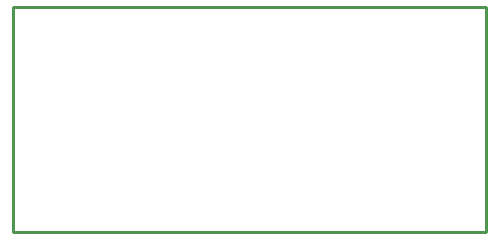
<source format=gbr>
G04 EAGLE Gerber RS-274X export*
G75*
%MOMM*%
%FSLAX34Y34*%
%LPD*%
%IN*%
%IPPOS*%
%AMOC8*
5,1,8,0,0,1.08239X$1,22.5*%
G01*
%ADD10C,0.254000*%


D10*
X0Y0D02*
X400000Y0D01*
X400000Y190000D01*
X0Y190000D01*
X0Y0D01*
M02*

</source>
